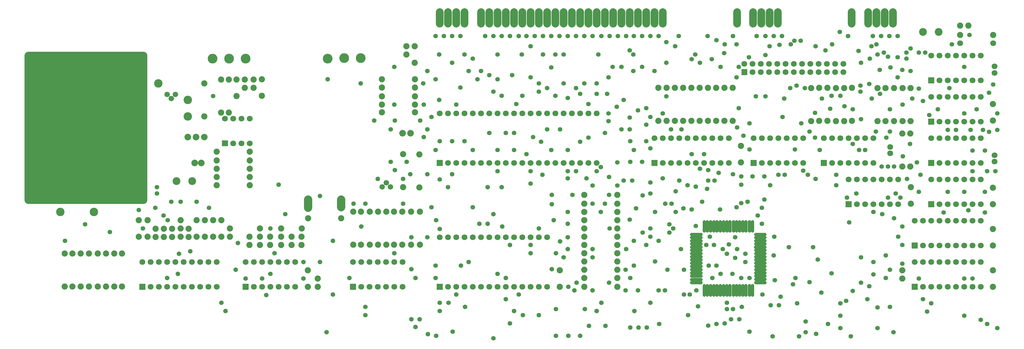
<source format=gbr>
%FSLAX34Y34*%
%MOMM*%
%LNSOLDERMASK_TOP*%
G71*
G01*
%ADD10C,1.800*%
%ADD11C,1.400*%
%ADD12C,1.000*%
%ADD13C,2.400*%
%ADD14C,1.900*%
%ADD15C,1.420*%
%ADD16C,1.410*%
%ADD17C,2.400*%
%ADD18C,1.800*%
%ADD19C,1.680*%
%ADD20C,2.040*%
%ADD21C,2.200*%
%ADD22C,2.500*%
%ADD23C,1.430*%
%ADD24C,3.000*%
%ADD25C,2.600*%
%ADD26C,2.000*%
%LPD*%
G36*
X2726262Y353488D02*
X2744262Y353488D01*
X2744262Y335488D01*
X2726262Y335488D01*
X2726262Y353488D01*
G37*
X2760662Y344488D02*
G54D10*
D03*
X2786062Y344488D02*
G54D10*
D03*
X2811462Y344488D02*
G54D10*
D03*
X2836862Y344488D02*
G54D10*
D03*
X2862262Y344488D02*
G54D10*
D03*
X2887662Y344488D02*
G54D10*
D03*
X2913062Y344488D02*
G54D10*
D03*
X2938462Y344488D02*
G54D10*
D03*
X2938462Y420688D02*
G54D10*
D03*
X2913062Y420688D02*
G54D10*
D03*
X2887662Y420688D02*
G54D10*
D03*
X2862262Y420688D02*
G54D10*
D03*
X2836862Y420688D02*
G54D10*
D03*
X2811462Y420688D02*
G54D10*
D03*
X2786062Y420688D02*
G54D10*
D03*
X2760662Y420688D02*
G54D10*
D03*
X2735262Y420688D02*
G54D10*
D03*
G36*
X2726262Y480488D02*
X2744262Y480488D01*
X2744262Y462488D01*
X2726262Y462488D01*
X2726262Y480488D01*
G37*
X2760662Y471488D02*
G54D10*
D03*
X2786062Y471488D02*
G54D10*
D03*
X2811462Y471488D02*
G54D10*
D03*
X2836862Y471488D02*
G54D10*
D03*
X2862262Y471488D02*
G54D10*
D03*
X2887662Y471488D02*
G54D10*
D03*
X2913062Y471488D02*
G54D10*
D03*
X2938462Y471488D02*
G54D10*
D03*
X2938462Y547688D02*
G54D10*
D03*
X2913062Y547688D02*
G54D10*
D03*
X2887662Y547688D02*
G54D10*
D03*
X2862262Y547688D02*
G54D10*
D03*
X2836862Y547688D02*
G54D10*
D03*
X2811462Y547688D02*
G54D10*
D03*
X2786062Y547688D02*
G54D10*
D03*
X2760662Y547688D02*
G54D10*
D03*
X2735262Y547688D02*
G54D10*
D03*
G36*
X2777062Y607488D02*
X2795062Y607488D01*
X2795062Y589488D01*
X2777062Y589488D01*
X2777062Y607488D01*
G37*
X2811462Y598488D02*
G54D10*
D03*
X2836862Y598488D02*
G54D10*
D03*
X2862262Y598488D02*
G54D10*
D03*
X2887662Y598488D02*
G54D10*
D03*
X2913062Y598488D02*
G54D10*
D03*
X2938462Y598488D02*
G54D10*
D03*
X2938462Y674688D02*
G54D10*
D03*
X2913062Y674688D02*
G54D10*
D03*
X2887662Y674688D02*
G54D10*
D03*
X2862262Y674688D02*
G54D10*
D03*
X2836862Y674688D02*
G54D10*
D03*
X2811462Y674688D02*
G54D10*
D03*
X2786062Y674688D02*
G54D10*
D03*
G36*
X2523062Y607488D02*
X2541062Y607488D01*
X2541062Y589488D01*
X2523062Y589488D01*
X2523062Y607488D01*
G37*
X2557462Y598488D02*
G54D10*
D03*
X2582862Y598488D02*
G54D10*
D03*
X2608262Y598488D02*
G54D10*
D03*
X2633662Y598488D02*
G54D10*
D03*
X2659062Y598488D02*
G54D10*
D03*
X2684462Y598488D02*
G54D10*
D03*
X2684462Y674688D02*
G54D10*
D03*
X2659062Y674688D02*
G54D10*
D03*
X2633662Y674688D02*
G54D10*
D03*
X2608262Y674688D02*
G54D10*
D03*
X2582862Y674688D02*
G54D10*
D03*
X2557462Y674688D02*
G54D10*
D03*
X2532062Y674688D02*
G54D10*
D03*
G36*
X2777062Y734488D02*
X2795062Y734488D01*
X2795062Y716488D01*
X2777062Y716488D01*
X2777062Y734488D01*
G37*
X2811462Y725488D02*
G54D10*
D03*
X2836862Y725488D02*
G54D10*
D03*
X2862262Y725488D02*
G54D10*
D03*
X2887662Y725488D02*
G54D10*
D03*
X2913062Y725488D02*
G54D10*
D03*
X2938462Y725488D02*
G54D10*
D03*
X2938462Y801688D02*
G54D10*
D03*
X2913062Y801688D02*
G54D10*
D03*
X2887662Y801688D02*
G54D10*
D03*
X2862262Y801688D02*
G54D10*
D03*
X2836862Y801688D02*
G54D10*
D03*
X2811462Y801688D02*
G54D10*
D03*
X2786062Y801688D02*
G54D10*
D03*
G36*
X2777062Y861488D02*
X2795062Y861488D01*
X2795062Y843488D01*
X2777062Y843488D01*
X2777062Y861488D01*
G37*
X2811462Y852488D02*
G54D10*
D03*
X2836862Y852488D02*
G54D10*
D03*
X2862262Y852488D02*
G54D10*
D03*
X2887662Y852488D02*
G54D10*
D03*
X2913062Y852488D02*
G54D10*
D03*
X2938462Y852488D02*
G54D10*
D03*
X2938462Y928688D02*
G54D10*
D03*
X2913062Y928688D02*
G54D10*
D03*
X2887662Y928688D02*
G54D10*
D03*
X2862262Y928688D02*
G54D10*
D03*
X2836862Y928688D02*
G54D10*
D03*
X2811462Y928688D02*
G54D10*
D03*
X2786062Y928688D02*
G54D10*
D03*
G36*
X2777062Y988488D02*
X2795062Y988488D01*
X2795062Y970488D01*
X2777062Y970488D01*
X2777062Y988488D01*
G37*
X2811462Y979488D02*
G54D10*
D03*
X2836862Y979488D02*
G54D10*
D03*
X2862262Y979488D02*
G54D10*
D03*
X2887662Y979488D02*
G54D10*
D03*
X2913062Y979488D02*
G54D10*
D03*
X2938462Y979488D02*
G54D10*
D03*
X2938462Y1055688D02*
G54D10*
D03*
X2913062Y1055688D02*
G54D10*
D03*
X2887662Y1055688D02*
G54D10*
D03*
X2862262Y1055688D02*
G54D10*
D03*
X2836862Y1055688D02*
G54D10*
D03*
X2811462Y1055688D02*
G54D10*
D03*
X2786062Y1055688D02*
G54D10*
D03*
G36*
X2446862Y734488D02*
X2464862Y734488D01*
X2464862Y716488D01*
X2446862Y716488D01*
X2446862Y734488D01*
G37*
X2481262Y725488D02*
G54D10*
D03*
X2506662Y725488D02*
G54D10*
D03*
X2532062Y725488D02*
G54D10*
D03*
X2557462Y725488D02*
G54D10*
D03*
X2582862Y725488D02*
G54D10*
D03*
X2608262Y725488D02*
G54D10*
D03*
X2608262Y801688D02*
G54D10*
D03*
X2582862Y801688D02*
G54D10*
D03*
X2557462Y801688D02*
G54D10*
D03*
X2532062Y801688D02*
G54D10*
D03*
X2506662Y801688D02*
G54D10*
D03*
X2481262Y801688D02*
G54D10*
D03*
X2455862Y801688D02*
G54D10*
D03*
G36*
X2230962Y734488D02*
X2248962Y734488D01*
X2248962Y716488D01*
X2230962Y716488D01*
X2230962Y734488D01*
G37*
X2265362Y725488D02*
G54D10*
D03*
X2290762Y725488D02*
G54D10*
D03*
X2316162Y725488D02*
G54D10*
D03*
X2341562Y725488D02*
G54D10*
D03*
X2366962Y725488D02*
G54D10*
D03*
X2392362Y725488D02*
G54D10*
D03*
X2392362Y801688D02*
G54D10*
D03*
X2366962Y801688D02*
G54D10*
D03*
X2341562Y801688D02*
G54D10*
D03*
X2316162Y801688D02*
G54D10*
D03*
X2290762Y801688D02*
G54D10*
D03*
X2265362Y801688D02*
G54D10*
D03*
X2239962Y801688D02*
G54D10*
D03*
G36*
X1926162Y734488D02*
X1944162Y734488D01*
X1944162Y716488D01*
X1926162Y716488D01*
X1926162Y734488D01*
G37*
X1960562Y725488D02*
G54D10*
D03*
X1985962Y725488D02*
G54D10*
D03*
X2011362Y725488D02*
G54D10*
D03*
X2036762Y725488D02*
G54D10*
D03*
X2062162Y725488D02*
G54D10*
D03*
X2087562Y725488D02*
G54D10*
D03*
X2112962Y725488D02*
G54D10*
D03*
X2138362Y725488D02*
G54D10*
D03*
X2163762Y725488D02*
G54D10*
D03*
X2163762Y801688D02*
G54D10*
D03*
X2138362Y801688D02*
G54D10*
D03*
X2112962Y801688D02*
G54D10*
D03*
X2087562Y801688D02*
G54D10*
D03*
X2062162Y801688D02*
G54D10*
D03*
X2036762Y801688D02*
G54D10*
D03*
X2011362Y801688D02*
G54D10*
D03*
X1985962Y801688D02*
G54D10*
D03*
X1960562Y801688D02*
G54D10*
D03*
X1935162Y801688D02*
G54D10*
D03*
G36*
X1265762Y734488D02*
X1283762Y734488D01*
X1283762Y716488D01*
X1265762Y716488D01*
X1265762Y734488D01*
G37*
X1300162Y725488D02*
G54D10*
D03*
X1325562Y725488D02*
G54D10*
D03*
X1350962Y725488D02*
G54D10*
D03*
X1376362Y725488D02*
G54D10*
D03*
X1401762Y725488D02*
G54D10*
D03*
X1427162Y725488D02*
G54D10*
D03*
X1452562Y725488D02*
G54D10*
D03*
X1477962Y725488D02*
G54D10*
D03*
X1503362Y725488D02*
G54D10*
D03*
X1528762Y725488D02*
G54D10*
D03*
X1554162Y725488D02*
G54D10*
D03*
X1579562Y725488D02*
G54D10*
D03*
X1604962Y725488D02*
G54D10*
D03*
X1630362Y725488D02*
G54D10*
D03*
X1655762Y725488D02*
G54D10*
D03*
X1681162Y725488D02*
G54D10*
D03*
X1706562Y725488D02*
G54D10*
D03*
X1731962Y725488D02*
G54D10*
D03*
X1757362Y725488D02*
G54D10*
D03*
X1757362Y877888D02*
G54D10*
D03*
X1731962Y877888D02*
G54D10*
D03*
X1706562Y877888D02*
G54D10*
D03*
X1681162Y877888D02*
G54D10*
D03*
X1655762Y877888D02*
G54D10*
D03*
X1630362Y877888D02*
G54D10*
D03*
X1604962Y877888D02*
G54D10*
D03*
X1579562Y877888D02*
G54D10*
D03*
X1554162Y877888D02*
G54D10*
D03*
X1528762Y877888D02*
G54D10*
D03*
X1503362Y877888D02*
G54D10*
D03*
X1477962Y877888D02*
G54D10*
D03*
X1452562Y877888D02*
G54D10*
D03*
X1427162Y877888D02*
G54D10*
D03*
X1401762Y877888D02*
G54D10*
D03*
X1376362Y877888D02*
G54D10*
D03*
X1350962Y877888D02*
G54D10*
D03*
X1325562Y877888D02*
G54D10*
D03*
X1300162Y877888D02*
G54D10*
D03*
X1274762Y877888D02*
G54D10*
D03*
G36*
X351362Y353488D02*
X369362Y353488D01*
X369362Y335488D01*
X351362Y335488D01*
X351362Y353488D01*
G37*
X385762Y344488D02*
G54D10*
D03*
X411162Y344488D02*
G54D10*
D03*
X436562Y344488D02*
G54D10*
D03*
X461962Y344488D02*
G54D10*
D03*
X487362Y344488D02*
G54D10*
D03*
X512762Y344488D02*
G54D10*
D03*
X538162Y344488D02*
G54D10*
D03*
X563562Y344488D02*
G54D10*
D03*
X588962Y344488D02*
G54D10*
D03*
X588962Y420688D02*
G54D10*
D03*
X563562Y420688D02*
G54D10*
D03*
X538162Y420688D02*
G54D10*
D03*
X512762Y420688D02*
G54D10*
D03*
X487362Y420688D02*
G54D10*
D03*
X461962Y420688D02*
G54D10*
D03*
X436562Y420688D02*
G54D10*
D03*
X411162Y420688D02*
G54D10*
D03*
X385762Y420688D02*
G54D10*
D03*
X360362Y420688D02*
G54D10*
D03*
G36*
X668862Y353488D02*
X686862Y353488D01*
X686862Y335488D01*
X668862Y335488D01*
X668862Y353488D01*
G37*
X703262Y344488D02*
G54D10*
D03*
X728662Y344488D02*
G54D10*
D03*
X754062Y344488D02*
G54D10*
D03*
X779462Y344488D02*
G54D10*
D03*
X804862Y344488D02*
G54D10*
D03*
X830262Y344488D02*
G54D10*
D03*
X830262Y420688D02*
G54D10*
D03*
X804862Y420688D02*
G54D10*
D03*
X779462Y420688D02*
G54D10*
D03*
X754062Y420688D02*
G54D10*
D03*
X728662Y420688D02*
G54D10*
D03*
X703262Y420688D02*
G54D10*
D03*
X677862Y420688D02*
G54D10*
D03*
G36*
X999062Y353488D02*
X1017062Y353488D01*
X1017062Y335488D01*
X999062Y335488D01*
X999062Y353488D01*
G37*
X1033462Y344488D02*
G54D10*
D03*
X1058862Y344488D02*
G54D10*
D03*
X1084262Y344488D02*
G54D10*
D03*
X1109662Y344488D02*
G54D10*
D03*
X1135062Y344488D02*
G54D10*
D03*
X1160462Y344488D02*
G54D10*
D03*
X1160462Y420688D02*
G54D10*
D03*
X1135062Y420688D02*
G54D10*
D03*
X1109662Y420688D02*
G54D10*
D03*
X1084262Y420688D02*
G54D10*
D03*
X1058862Y420688D02*
G54D10*
D03*
X1033462Y420688D02*
G54D10*
D03*
X1008062Y420688D02*
G54D10*
D03*
G36*
X1265762Y353488D02*
X1283762Y353488D01*
X1283762Y335488D01*
X1265762Y335488D01*
X1265762Y353488D01*
G37*
X1300162Y344488D02*
G54D10*
D03*
X1325562Y344488D02*
G54D10*
D03*
X1350962Y344488D02*
G54D10*
D03*
X1376362Y344488D02*
G54D10*
D03*
X1401762Y344488D02*
G54D10*
D03*
X1427162Y344488D02*
G54D10*
D03*
X1452562Y344488D02*
G54D10*
D03*
X1477962Y344488D02*
G54D10*
D03*
X1503362Y344488D02*
G54D10*
D03*
X1528762Y344488D02*
G54D10*
D03*
X1554162Y344488D02*
G54D10*
D03*
X1579562Y344488D02*
G54D10*
D03*
X1604962Y344488D02*
G54D10*
D03*
X1604962Y496888D02*
G54D10*
D03*
X1579562Y496888D02*
G54D10*
D03*
X1554162Y496888D02*
G54D10*
D03*
X1528762Y496888D02*
G54D10*
D03*
X1503362Y496888D02*
G54D10*
D03*
X1477962Y496888D02*
G54D10*
D03*
X1452562Y496888D02*
G54D10*
D03*
X1427162Y496888D02*
G54D10*
D03*
X1401762Y496888D02*
G54D10*
D03*
X1376362Y496888D02*
G54D10*
D03*
X1350962Y496888D02*
G54D10*
D03*
X1325562Y496888D02*
G54D10*
D03*
X1300162Y496888D02*
G54D10*
D03*
X1274762Y496888D02*
G54D10*
D03*
G36*
X605362Y794813D02*
X623362Y794813D01*
X623362Y776813D01*
X605362Y776813D01*
X605362Y794813D01*
G37*
X639762Y785813D02*
G54D10*
D03*
X665162Y785813D02*
G54D10*
D03*
X690562Y785813D02*
G54D10*
D03*
X690562Y862013D02*
G54D10*
D03*
X665162Y862013D02*
G54D10*
D03*
X639762Y862013D02*
G54D10*
D03*
X614362Y862013D02*
G54D10*
D03*
X1274762Y522288D02*
G54D11*
D03*
X1274762Y674688D02*
G54D11*
D03*
X1554162Y661988D02*
G54D11*
D03*
X1554162Y700088D02*
G54D11*
D03*
X1668462Y700088D02*
G54D11*
D03*
X1668462Y765176D02*
G54D11*
D03*
X1871662Y765176D02*
G54D11*
D03*
X1858962Y865188D02*
G54D11*
D03*
X1878012Y585788D02*
G54D11*
D03*
X2024062Y585788D02*
G54D11*
D03*
X1960562Y877888D02*
G54D11*
D03*
X2328862Y866776D02*
G54D11*
D03*
X2779712Y873126D02*
G54D11*
D03*
G54D12*
X2049462Y505619D02*
X2078037Y505619D01*
G54D12*
X2049462Y495697D02*
X2078037Y495697D01*
G54D12*
X2049462Y486172D02*
X2078037Y486172D01*
G54D12*
X2049462Y476250D02*
X2078037Y476250D01*
G54D12*
X2049462Y466329D02*
X2078037Y466329D01*
G54D12*
X2049462Y456804D02*
X2078037Y456804D01*
G54D12*
X2049462Y446882D02*
X2078037Y446882D01*
G54D12*
X2049462Y436960D02*
X2078037Y436960D01*
G54D12*
X2049462Y427038D02*
X2078037Y427038D01*
G54D12*
X2049462Y417116D02*
X2078037Y417116D01*
G54D12*
X2049462Y406797D02*
X2078037Y406797D01*
G54D12*
X2049462Y396876D02*
X2078037Y396876D01*
G54D12*
X2049462Y386954D02*
X2078037Y386954D01*
G54D12*
X2049462Y377032D02*
X2078037Y377032D01*
G54D12*
X2049462Y366712D02*
X2078038Y366712D01*
G54D12*
X2049462Y357188D02*
X2078037Y357188D01*
G54D12*
X2274887Y495697D02*
X2246312Y495697D01*
G54D12*
X2274887Y505222D02*
X2246709Y505222D01*
G54D12*
X2246312Y486172D02*
X2274887Y486172D01*
G54D12*
X2246312Y476250D02*
X2274887Y476250D01*
G54D12*
X2245915Y466329D02*
X2274887Y466329D01*
G54D12*
X2246312Y456804D02*
X2274887Y456804D01*
G54D12*
X2246312Y446882D02*
X2274887Y446882D01*
G54D12*
X2246312Y436960D02*
X2274887Y436960D01*
G54D12*
X2246312Y427038D02*
X2274887Y427038D01*
G54D12*
X2246312Y417116D02*
X2274887Y417116D01*
G54D12*
X2246312Y406797D02*
X2274887Y406797D01*
G54D12*
X2246312Y396876D02*
X2274887Y396876D01*
G54D12*
X2246312Y386954D02*
X2274887Y386954D01*
G54D12*
X2246312Y377032D02*
X2274887Y377032D01*
G54D12*
X2246312Y367110D02*
X2274887Y367110D01*
G54D12*
X2246312Y357188D02*
X2274887Y357188D01*
G54D12*
X2097880Y544513D02*
X2097880Y515938D01*
G54D12*
X2087958Y544513D02*
X2087958Y515938D01*
G54D12*
X2107802Y544513D02*
X2107802Y515938D01*
G54D12*
X2117724Y544513D02*
X2117724Y515938D01*
G54D12*
X2127646Y544513D02*
X2127646Y515938D01*
G54D12*
X2137568Y544513D02*
X2137568Y515938D01*
G54D12*
X2147490Y544513D02*
X2147490Y515938D01*
G54D12*
X2157808Y544513D02*
X2157808Y515938D01*
G54D12*
X2167334Y544513D02*
X2167334Y515938D01*
G54D12*
X2177652Y544513D02*
X2177652Y515938D01*
G54D12*
X2187178Y544513D02*
X2187178Y515938D01*
G54D12*
X2197100Y544513D02*
X2197100Y515938D01*
G54D12*
X2206624Y544513D02*
X2206624Y515938D01*
G54D12*
X2216546Y544513D02*
X2216546Y515938D01*
G54D12*
X2226866Y544513D02*
X2226866Y515938D01*
G54D12*
X2236786Y544513D02*
X2236786Y515938D01*
G54D12*
X2107802Y347663D02*
X2107802Y319088D01*
G54D12*
X2097880Y347663D02*
X2097880Y319088D01*
G54D12*
X2087958Y347663D02*
X2087958Y319088D01*
G54D12*
X2117724Y347663D02*
X2117724Y319088D01*
G54D12*
X2127646Y347663D02*
X2127646Y319088D01*
G54D12*
X2137568Y347663D02*
X2137568Y319088D01*
G54D12*
X2147490Y347663D02*
X2147490Y319088D01*
G54D12*
X2157808Y347663D02*
X2157808Y319088D01*
G54D12*
X2167334Y347663D02*
X2167334Y319088D01*
G54D12*
X2177652Y347663D02*
X2177652Y319088D01*
G54D12*
X2187178Y347663D02*
X2187178Y319088D01*
G54D12*
X2197100Y347663D02*
X2197100Y319088D01*
G54D12*
X2206624Y347663D02*
X2206624Y319088D01*
G54D12*
X2216546Y347663D02*
X2216546Y319088D01*
G54D12*
X2226866Y347663D02*
X2226866Y319088D01*
G54D12*
X2236788Y347663D02*
X2236788Y319088D01*
X1947862Y1116013D02*
G54D11*
D03*
X1262062Y1116013D02*
G54D11*
D03*
X1287462Y1116013D02*
G54D11*
D03*
X1312862Y1116013D02*
G54D11*
D03*
X1338262Y1116013D02*
G54D11*
D03*
X1414462Y1116013D02*
G54D11*
D03*
X1439862Y1116013D02*
G54D11*
D03*
X1465262Y1116013D02*
G54D11*
D03*
X1490662Y1116013D02*
G54D11*
D03*
X1517650Y1116013D02*
G54D11*
D03*
X1541462Y1116013D02*
G54D11*
D03*
X1566862Y1116013D02*
G54D11*
D03*
X1592262Y1116013D02*
G54D11*
D03*
X1617662Y1116013D02*
G54D11*
D03*
X1643062Y1116013D02*
G54D11*
D03*
X1668462Y1116013D02*
G54D11*
D03*
X1693862Y1116013D02*
G54D11*
D03*
X1719262Y1116013D02*
G54D11*
D03*
X1744662Y1116013D02*
G54D11*
D03*
X1771650Y1116013D02*
G54D11*
D03*
X1797050Y1116013D02*
G54D11*
D03*
X1822450Y1116013D02*
G54D11*
D03*
X1847850Y1116013D02*
G54D11*
D03*
X1871662Y1116013D02*
G54D11*
D03*
X1897062Y1116013D02*
G54D11*
D03*
X1922462Y1116013D02*
G54D11*
D03*
X2760662Y1128713D02*
G54D13*
D03*
X2809062Y1128713D02*
G54D13*
D03*
X2874962Y1147763D02*
G54D14*
D03*
X2900362Y1147763D02*
G54D14*
D03*
X2903537Y1119188D02*
G54D11*
D03*
X2849562Y1090613D02*
G54D11*
D03*
X2887662Y1020763D02*
G54D11*
D03*
X2747962Y1065213D02*
G54D11*
D03*
X2767012Y1065213D02*
G54D11*
D03*
X2976562Y966788D02*
G54D11*
D03*
X2989262Y877888D02*
G54D11*
D03*
X2925762Y890588D02*
G54D11*
D03*
X2887662Y877888D02*
G54D11*
D03*
X2806700Y890588D02*
G54D11*
D03*
X2722562Y1077913D02*
G54D11*
D03*
X2709862Y1065213D02*
G54D11*
D03*
X2709862Y1046163D02*
G54D11*
D03*
X2682874Y1050926D02*
G54D11*
D03*
X2697162Y1011238D02*
G54D11*
D03*
X2722562Y1008063D02*
G54D11*
D03*
X2682874Y989013D02*
G54D11*
D03*
X2697828Y904835D02*
G54D11*
D03*
X2963862Y941388D02*
G54D11*
D03*
X2963862Y820738D02*
G54D11*
D03*
X2836862Y827088D02*
G54D11*
D03*
X2862262Y827088D02*
G54D11*
D03*
X2906712Y827088D02*
G54D11*
D03*
X2944812Y827088D02*
G54D11*
D03*
X2951162Y763588D02*
G54D11*
D03*
X2913062Y763588D02*
G54D11*
D03*
X2989262Y827088D02*
G54D11*
D03*
X2913062Y700088D02*
G54D11*
D03*
X2957512Y700088D02*
G54D11*
D03*
X2982912Y700088D02*
G54D11*
D03*
X2951162Y636588D02*
G54D11*
D03*
X2887662Y636588D02*
G54D11*
D03*
X2836862Y636588D02*
G54D11*
D03*
X2824162Y573088D02*
G54D11*
D03*
X2900362Y579438D02*
G54D11*
D03*
X2951162Y573088D02*
G54D11*
D03*
X2913062Y369888D02*
G54D11*
D03*
X2887662Y369888D02*
G54D11*
D03*
X2989262Y217488D02*
G54D11*
D03*
X2957512Y230188D02*
G54D11*
D03*
X2938462Y242888D02*
G54D11*
D03*
X2887662Y255588D02*
G54D11*
D03*
X2773362Y268288D02*
G54D11*
D03*
X2786062Y293688D02*
G54D11*
D03*
X2760662Y306388D02*
G54D11*
D03*
X2747962Y369888D02*
G54D11*
D03*
X2727324Y923926D02*
G54D11*
D03*
X2760662Y915988D02*
G54D11*
D03*
X2682874Y1116013D02*
G54D11*
D03*
X2657474Y1116013D02*
G54D11*
D03*
X2632074Y1116013D02*
G54D11*
D03*
X2606674Y1116013D02*
G54D11*
D03*
X2975765Y395474D02*
G54D14*
D03*
X2975765Y344674D02*
G54D14*
D03*
X2975765Y522474D02*
G54D14*
D03*
X2975765Y471674D02*
G54D14*
D03*
X2975765Y649474D02*
G54D14*
D03*
X2975765Y598674D02*
G54D14*
D03*
X2975765Y906649D02*
G54D14*
D03*
X2975765Y855849D02*
G54D14*
D03*
X2980312Y729417D02*
G54D10*
D03*
X2980312Y749517D02*
G54D10*
D03*
X2980312Y1002467D02*
G54D10*
D03*
X2980312Y1022567D02*
G54D10*
D03*
X2841624Y955676D02*
G54D11*
D03*
X2747962Y954088D02*
G54D15*
D03*
X2659637Y754817D02*
G54D10*
D03*
X2659637Y774917D02*
G54D10*
D03*
X2530474Y1116013D02*
G54D15*
D03*
X2659062Y890588D02*
G54D15*
D03*
X2603500Y923926D02*
G54D15*
D03*
X2628900Y938213D02*
G54D15*
D03*
X2544762Y890588D02*
G54D15*
D03*
X2519362Y900113D02*
G54D15*
D03*
X2506662Y931863D02*
G54D15*
D03*
X2568574Y944563D02*
G54D15*
D03*
X2568574Y963613D02*
G54D15*
D03*
X2595562Y968376D02*
G54D15*
D03*
X2627312Y1011238D02*
G54D15*
D03*
X2660650Y1019176D02*
G54D15*
D03*
X2570162Y1033463D02*
G54D15*
D03*
X2597150Y1046163D02*
G54D15*
D03*
X2652712Y1052513D02*
G54D15*
D03*
X2620962Y1058863D02*
G54D15*
D03*
X2640012Y1065213D02*
G54D15*
D03*
X2617787Y1090613D02*
G54D15*
D03*
X2601912Y1084263D02*
G54D15*
D03*
X2647950Y803276D02*
G54D15*
D03*
X2659062Y822326D02*
G54D15*
D03*
X2616200Y822326D02*
G54D15*
D03*
X2720974Y784226D02*
G54D15*
D03*
X2698750Y746126D02*
G54D15*
D03*
X2428874Y879476D02*
G54D15*
D03*
X2436812Y428626D02*
G54D15*
D03*
X2570162Y860426D02*
G54D16*
D03*
X2386012Y847726D02*
G54D16*
D03*
X2411412Y822326D02*
G54D16*
D03*
X2428874Y803276D02*
G54D16*
D03*
X2443162Y765176D02*
G54D16*
D03*
X2544762Y784226D02*
G54D16*
D03*
X2563812Y765176D02*
G54D16*
D03*
X2582862Y765176D02*
G54D16*
D03*
X2366962Y766763D02*
G54D16*
D03*
X2474912Y892176D02*
G54D16*
D03*
X2392362Y701676D02*
G54D16*
D03*
X2406650Y688976D02*
G54D16*
D03*
X2430462Y676276D02*
G54D16*
D03*
X2493962Y688976D02*
G54D16*
D03*
X2493962Y657226D02*
G54D16*
D03*
X2301874Y441326D02*
G54D16*
D03*
X2635250Y568326D02*
G54D16*
D03*
G36*
X2202387Y1013888D02*
X2220387Y1013888D01*
X2220387Y995888D01*
X2202387Y995888D01*
X2202387Y1013888D01*
G37*
X2211387Y1030288D02*
G54D10*
D03*
X2236787Y1004888D02*
G54D10*
D03*
X2236787Y1030288D02*
G54D10*
D03*
X2262187Y1004888D02*
G54D10*
D03*
X2262187Y1030288D02*
G54D10*
D03*
X2287587Y1004888D02*
G54D10*
D03*
X2287587Y1030288D02*
G54D10*
D03*
X2312987Y1004888D02*
G54D10*
D03*
X2312987Y1030288D02*
G54D10*
D03*
X2338387Y1004888D02*
G54D10*
D03*
X2338387Y1030288D02*
G54D10*
D03*
X2363787Y1004888D02*
G54D10*
D03*
X2363787Y1030288D02*
G54D10*
D03*
X2389187Y1004888D02*
G54D10*
D03*
X2389187Y1030288D02*
G54D10*
D03*
X2414587Y1004888D02*
G54D10*
D03*
X2414587Y1030288D02*
G54D10*
D03*
X2439987Y1004888D02*
G54D10*
D03*
X2439987Y1030288D02*
G54D10*
D03*
X2465387Y1004888D02*
G54D10*
D03*
X2465387Y1030288D02*
G54D10*
D03*
X2490787Y1004888D02*
G54D10*
D03*
X2490787Y1030288D02*
G54D10*
D03*
X2516187Y1004888D02*
G54D10*
D03*
X2516187Y1030288D02*
G54D10*
D03*
X2671762Y714376D02*
G54D16*
D03*
X2652712Y714376D02*
G54D16*
D03*
X2633662Y714376D02*
G54D16*
D03*
X2741612Y727076D02*
G54D16*
D03*
X2752724Y688976D02*
G54D16*
D03*
X2711450Y676276D02*
G54D16*
D03*
X2670174Y204788D02*
G54D16*
D03*
X1911350Y219076D02*
G54D16*
D03*
X1720850Y276226D02*
G54D16*
D03*
X1631950Y276226D02*
G54D16*
D03*
X1631950Y193676D02*
G54D16*
D03*
X1263650Y193676D02*
G54D16*
D03*
X1173162Y728663D02*
G54D16*
D03*
X1123950Y728663D02*
G54D16*
D03*
X1123950Y828676D02*
G54D16*
D03*
X1096962Y904876D02*
G54D14*
D03*
X1198562Y904876D02*
G54D14*
D03*
X2193924Y893763D02*
G54D16*
D03*
X1909762Y893763D02*
G54D16*
D03*
X1909762Y842963D02*
G54D16*
D03*
X2201862Y658813D02*
G54D16*
D03*
X2036762Y657226D02*
G54D15*
D03*
X2676524Y631826D02*
G54D15*
D03*
X2555874Y631826D02*
G54D15*
D03*
X2544762Y331788D02*
G54D15*
D03*
X1846262Y333376D02*
G54D15*
D03*
X1795462Y357188D02*
G54D15*
D03*
X1262062Y371476D02*
G54D15*
D03*
X1262062Y409576D02*
G54D15*
D03*
X2449512Y923926D02*
G54D15*
D03*
X2468562Y230188D02*
G54D15*
D03*
X2100262Y225426D02*
G54D15*
D03*
X2506662Y217488D02*
G54D15*
D03*
X2620962Y217488D02*
G54D15*
D03*
X2620962Y280988D02*
G54D15*
D03*
X2203450Y282576D02*
G54D15*
D03*
X2201862Y371476D02*
G54D15*
D03*
X1719262Y344488D02*
G54D14*
D03*
X1820862Y344488D02*
G54D14*
D03*
X1744662Y434976D02*
G54D15*
D03*
X1655762Y434976D02*
G54D15*
D03*
X1236662Y496888D02*
G54D15*
D03*
X1223962Y969963D02*
G54D15*
D03*
X1225550Y904876D02*
G54D15*
D03*
X1325562Y904876D02*
G54D15*
D03*
X1214437Y855663D02*
G54D15*
D03*
X1096962Y881063D02*
G54D14*
D03*
X1198562Y881063D02*
G54D14*
D03*
X1579557Y969958D02*
G54D15*
D03*
G54D17*
X1579562Y1189038D02*
X1579562Y1154113D01*
X2697828Y955635D02*
G54D14*
D03*
X2697828Y854035D02*
G54D14*
D03*
X2697393Y815975D02*
G54D14*
D03*
X2697393Y714376D02*
G54D14*
D03*
X2721945Y815950D02*
G54D14*
D03*
X2721945Y714350D02*
G54D14*
D03*
X2874962Y1119188D02*
G54D14*
D03*
X2976562Y1119188D02*
G54D14*
D03*
X2874962Y1093788D02*
G54D18*
D03*
X2976562Y1093788D02*
G54D18*
D03*
X2671762Y555626D02*
G54D15*
D03*
X2645382Y955512D02*
G54D14*
D03*
X2645382Y853912D02*
G54D14*
D03*
X2671414Y955853D02*
G54D14*
D03*
X2671414Y854253D02*
G54D14*
D03*
X2722214Y955853D02*
G54D14*
D03*
X2722214Y854253D02*
G54D14*
D03*
X2620614Y955853D02*
G54D14*
D03*
X2620614Y854253D02*
G54D14*
D03*
X2652712Y619126D02*
G54D15*
D03*
X2690812Y619126D02*
G54D15*
D03*
X2527300Y619126D02*
G54D15*
D03*
X2608262Y574676D02*
G54D15*
D03*
X2723352Y651062D02*
G54D14*
D03*
X2723352Y600261D02*
G54D14*
D03*
X2747962Y636588D02*
G54D15*
D03*
X2201066Y778061D02*
G54D14*
D03*
X2201066Y727261D02*
G54D14*
D03*
X2335212Y688976D02*
G54D15*
D03*
X2208212Y809626D02*
G54D15*
D03*
X2220912Y606426D02*
G54D15*
D03*
X2273300Y612776D02*
G54D15*
D03*
X2400300Y204788D02*
G54D15*
D03*
X1314450Y206376D02*
G54D15*
D03*
X2533650Y542926D02*
G54D15*
D03*
X2538412Y192088D02*
G54D15*
D03*
X1439862Y185738D02*
G54D15*
D03*
X1452562Y384176D02*
G54D15*
D03*
X754062Y384176D02*
G54D15*
D03*
X2327274Y1116013D02*
G54D15*
D03*
X2301874Y1116013D02*
G54D15*
D03*
X2276474Y1116013D02*
G54D15*
D03*
X2249487Y1116013D02*
G54D15*
D03*
X2176462Y1116013D02*
G54D15*
D03*
X2416512Y956104D02*
G54D14*
D03*
X2416512Y854504D02*
G54D14*
D03*
X1985962Y828676D02*
G54D15*
D03*
X1966912Y333376D02*
G54D15*
D03*
X2043112Y320676D02*
G54D15*
D03*
X2397124Y955676D02*
G54D15*
D03*
X2352674Y955676D02*
G54D15*
D03*
X2354262Y1090613D02*
G54D15*
D03*
X2441388Y956307D02*
G54D14*
D03*
X2441387Y854707D02*
G54D14*
D03*
X2430462Y1084263D02*
G54D15*
D03*
X2562224Y1069976D02*
G54D15*
D03*
G54D17*
X2541587Y1189038D02*
X2541587Y1154113D01*
G54D17*
X2592387Y1189038D02*
X2592387Y1154113D01*
G54D17*
X2617787Y1189038D02*
X2617787Y1154113D01*
G54D17*
X2643187Y1189038D02*
X2643187Y1154113D01*
G54D17*
X2668587Y1189038D02*
X2668587Y1154113D01*
X2505074Y1128713D02*
G54D15*
D03*
X2481262Y1090613D02*
G54D15*
D03*
X2460624Y1071563D02*
G54D15*
D03*
X2365374Y1101726D02*
G54D15*
D03*
X2384424Y1101726D02*
G54D15*
D03*
X2319337Y1089026D02*
G54D15*
D03*
X2289174Y1084263D02*
G54D15*
D03*
X2479674Y931863D02*
G54D15*
D03*
G54D17*
X2189162Y1189038D02*
X2189162Y1154113D01*
G54D17*
X2238374Y1189038D02*
X2238374Y1154113D01*
G54D17*
X2263774Y1189038D02*
X2263774Y1154113D01*
G54D17*
X2289174Y1189038D02*
X2289174Y1154113D01*
G54D17*
X2314574Y1189038D02*
X2314574Y1154113D01*
X2371724Y963613D02*
G54D15*
D03*
X2187574Y1090613D02*
G54D15*
D03*
X2225674Y1050926D02*
G54D15*
D03*
X2276474Y1057276D02*
G54D15*
D03*
X2333624Y923926D02*
G54D15*
D03*
X2276474Y930276D02*
G54D15*
D03*
X2246312Y930276D02*
G54D15*
D03*
X2447924Y327026D02*
G54D15*
D03*
X2063750Y333376D02*
G54D15*
D03*
X2466787Y956306D02*
G54D14*
D03*
X2466787Y854706D02*
G54D14*
D03*
X2479674Y385763D02*
G54D15*
D03*
X2112962Y371476D02*
G54D15*
D03*
X1992312Y523876D02*
G54D15*
D03*
X1922462Y523876D02*
G54D15*
D03*
X1922462Y631826D02*
G54D15*
D03*
X2290762Y657226D02*
G54D15*
D03*
X2492712Y956104D02*
G54D14*
D03*
X2492712Y854504D02*
G54D14*
D03*
X2542363Y854732D02*
G54D14*
D03*
X2542363Y956332D02*
G54D14*
D03*
X2518112Y956105D02*
G54D14*
D03*
X2518112Y854505D02*
G54D14*
D03*
X800100Y568326D02*
G54D15*
D03*
X1136650Y703263D02*
G54D15*
D03*
X1136650Y855663D02*
G54D15*
D03*
X1833562Y828676D02*
G54D15*
D03*
X1858962Y1071563D02*
G54D15*
D03*
X2227262Y847726D02*
G54D15*
D03*
X2265362Y538163D02*
G54D15*
D03*
X2105024Y498476D02*
G54D15*
D03*
X2093912Y473076D02*
G54D15*
D03*
X2117724Y473076D02*
G54D15*
D03*
X2182812Y496888D02*
G54D15*
D03*
X2163762Y474663D02*
G54D15*
D03*
X2144712Y460376D02*
G54D15*
D03*
X2157412Y446088D02*
G54D15*
D03*
X2182812Y433388D02*
G54D15*
D03*
X2189162Y460376D02*
G54D15*
D03*
X2214562Y446088D02*
G54D15*
D03*
X2214562Y420688D02*
G54D15*
D03*
X2101850Y409576D02*
G54D15*
D03*
X2125662Y409576D02*
G54D15*
D03*
X2138362Y384176D02*
G54D15*
D03*
X2174874Y384176D02*
G54D15*
D03*
X2227262Y371476D02*
G54D15*
D03*
X2100262Y703263D02*
G54D15*
D03*
X2100262Y671513D02*
G54D15*
D03*
X2119312Y671513D02*
G54D15*
D03*
X2011362Y671513D02*
G54D15*
D03*
X1866900Y671513D02*
G54D15*
D03*
X1858962Y828676D02*
G54D15*
D03*
X1922462Y866776D02*
G54D15*
D03*
X1249362Y866776D02*
G54D15*
D03*
X1249362Y588963D02*
G54D15*
D03*
X1376362Y588963D02*
G54D15*
D03*
X2227262Y766763D02*
G54D15*
D03*
X2193924Y1020763D02*
G54D15*
D03*
X1935162Y1008063D02*
G54D15*
D03*
G54D17*
X1960562Y1189038D02*
X1960562Y1154113D01*
G54D17*
X1935162Y1189038D02*
X1935162Y1154113D01*
G54D17*
X1909762Y1189038D02*
X1909762Y1154113D01*
G54D17*
X1884362Y1189038D02*
X1884362Y1154113D01*
G54D17*
X1858962Y1189038D02*
X1858962Y1154113D01*
G54D17*
X1833562Y1189038D02*
X1833562Y1154113D01*
G54D17*
X1808162Y1189038D02*
X1808162Y1154113D01*
G54D17*
X1782762Y1189038D02*
X1782762Y1154113D01*
G54D17*
X1757362Y1189038D02*
X1757362Y1154113D01*
G54D17*
X1731962Y1189038D02*
X1731962Y1154113D01*
G54D17*
X1706562Y1189038D02*
X1706562Y1154113D01*
G54D17*
X1681162Y1189038D02*
X1681162Y1154113D01*
G54D17*
X1655762Y1189038D02*
X1655762Y1154113D01*
G54D17*
X1630362Y1189038D02*
X1630362Y1154113D01*
G54D17*
X1604962Y1189038D02*
X1604962Y1154113D01*
G54D17*
X1554162Y1189038D02*
X1554162Y1154113D01*
G54D17*
X1528762Y1189038D02*
X1528762Y1154113D01*
G54D17*
X1503362Y1189038D02*
X1503362Y1154113D01*
G54D17*
X1477962Y1189038D02*
X1477962Y1154113D01*
G54D17*
X1452562Y1189038D02*
X1452562Y1154113D01*
G54D17*
X1427162Y1189038D02*
X1427162Y1154113D01*
G54D17*
X1401762Y1189038D02*
X1401762Y1154113D01*
G54D17*
X1350962Y1189038D02*
X1350962Y1154113D01*
G54D17*
X1325562Y1189038D02*
X1325562Y1154113D01*
G54D17*
X1300162Y1189038D02*
X1300162Y1154113D01*
G54D17*
X1274762Y1189038D02*
X1274762Y1154113D01*
X1922462Y769938D02*
G54D15*
D03*
X1274762Y792163D02*
G54D15*
D03*
X1263650Y549276D02*
G54D15*
D03*
X1922462Y665163D02*
G54D15*
D03*
X2062162Y652463D02*
G54D15*
D03*
X2252662Y563563D02*
G54D15*
D03*
X2265362Y587376D02*
G54D15*
D03*
X2347912Y466726D02*
G54D15*
D03*
X2303462Y498476D02*
G54D15*
D03*
X2136774Y582613D02*
G54D15*
D03*
X2187574Y588963D02*
G54D15*
D03*
X2201862Y601663D02*
G54D15*
D03*
X2097087Y646113D02*
G54D15*
D03*
X2081212Y606426D02*
G54D15*
D03*
X2062162Y531813D02*
G54D15*
D03*
X2697162Y530226D02*
G54D15*
D03*
X2684462Y498476D02*
G54D15*
D03*
X2697162Y473076D02*
G54D15*
D03*
X2697162Y415926D02*
G54D15*
D03*
X2646362Y371476D02*
G54D15*
D03*
X2659062Y396876D02*
G54D15*
D03*
X2608262Y382588D02*
G54D15*
D03*
X2608262Y420688D02*
G54D15*
D03*
X2646362Y441326D02*
G54D15*
D03*
X2570162Y434976D02*
G54D15*
D03*
X2570162Y357188D02*
G54D15*
D03*
X2595562Y346076D02*
G54D15*
D03*
X2589212Y306388D02*
G54D15*
D03*
X2659062Y282576D02*
G54D15*
D03*
X2524124Y301626D02*
G54D15*
D03*
X2506662Y293688D02*
G54D15*
D03*
X2506662Y255588D02*
G54D15*
D03*
X2422524Y466726D02*
G54D15*
D03*
X2368550Y371476D02*
G54D15*
D03*
X2411412Y358776D02*
G54D15*
D03*
X2305050Y365126D02*
G54D15*
D03*
X2360612Y352426D02*
G54D15*
D03*
X2298700Y192088D02*
G54D15*
D03*
X2379662Y192088D02*
G54D15*
D03*
X2400300Y238126D02*
G54D15*
D03*
X2432050Y200026D02*
G54D15*
D03*
X2373312Y293688D02*
G54D15*
D03*
X2266950Y320676D02*
G54D15*
D03*
X2322512Y314326D02*
G54D15*
D03*
X2292350Y287338D02*
G54D15*
D03*
X2317750Y287338D02*
G54D15*
D03*
X2227262Y206376D02*
G54D15*
D03*
X2316162Y688976D02*
G54D15*
D03*
X2236787Y684213D02*
G54D15*
D03*
X2273300Y684213D02*
G54D15*
D03*
X2201862Y684213D02*
G54D15*
D03*
X2176462Y690563D02*
G54D15*
D03*
X2132012Y695326D02*
G54D15*
D03*
X2074862Y708026D02*
G54D15*
D03*
X2049462Y582613D02*
G54D15*
D03*
X2049462Y752476D02*
G54D15*
D03*
X2087562Y752476D02*
G54D15*
D03*
X1960562Y677863D02*
G54D15*
D03*
X1668462Y574676D02*
G54D15*
D03*
X1668462Y677863D02*
G54D15*
D03*
X1376362Y765176D02*
G54D15*
D03*
X1262062Y765176D02*
G54D15*
D03*
X1262062Y982663D02*
G54D15*
D03*
X1096962Y982663D02*
G54D14*
D03*
X1198562Y982663D02*
G54D14*
D03*
X1096962Y957263D02*
G54D14*
D03*
X1198562Y957263D02*
G54D14*
D03*
X1858962Y550863D02*
G54D15*
D03*
X1839912Y671513D02*
G54D15*
D03*
X1971674Y930276D02*
G54D15*
D03*
X1897062Y728663D02*
G54D15*
D03*
X1860550Y728663D02*
G54D15*
D03*
X1860550Y792163D02*
G54D15*
D03*
X1350962Y792163D02*
G54D15*
D03*
X1338262Y957263D02*
G54D15*
D03*
X1046162Y282576D02*
G54D15*
D03*
X1046164Y257176D02*
G54D15*
D03*
X1046162Y600076D02*
G54D15*
D03*
X1162050Y600076D02*
G54D15*
D03*
X603250Y295276D02*
G54D15*
D03*
X1161701Y752653D02*
G54D14*
D03*
X1161701Y651053D02*
G54D14*
D03*
X1212232Y751658D02*
G54D14*
D03*
X1212232Y650058D02*
G54D14*
D03*
X1162050Y676276D02*
G54D15*
D03*
X1123001Y651991D02*
G54D19*
D03*
X1110301Y664691D02*
G54D19*
D03*
X1097601Y651991D02*
G54D19*
D03*
X1160170Y816990D02*
G54D20*
D03*
X1185070Y816990D02*
G54D20*
D03*
X1159844Y575444D02*
G54D14*
D03*
X1159844Y473844D02*
G54D14*
D03*
X1085231Y575444D02*
G54D14*
D03*
X1085231Y473844D02*
G54D14*
D03*
X588962Y760413D02*
G54D14*
D03*
X690562Y760413D02*
G54D14*
D03*
X1530350Y257176D02*
G54D15*
D03*
X1274762Y269876D02*
G54D15*
D03*
X1274762Y295276D02*
G54D15*
D03*
X1301750Y295276D02*
G54D15*
D03*
X1517650Y320676D02*
G54D15*
D03*
X1197765Y1084449D02*
G54D14*
D03*
X1197765Y1033649D02*
G54D14*
D03*
X1172365Y1084449D02*
G54D14*
D03*
X1172365Y1059049D02*
G54D14*
D03*
X927100Y204788D02*
G54D15*
D03*
X869950Y587380D02*
G54D21*
D03*
X971550Y588968D02*
G54D21*
D03*
G54D22*
X869950Y612776D02*
X869950Y587380D01*
G54D22*
X971550Y612776D02*
X971550Y588968D01*
X869950Y555626D02*
G54D14*
D03*
X971550Y555626D02*
G54D14*
D03*
X588962Y657226D02*
G54D14*
D03*
X690562Y657226D02*
G54D14*
D03*
X588962Y682626D02*
G54D14*
D03*
X690562Y682626D02*
G54D14*
D03*
X2176462Y276226D02*
G54D15*
D03*
X2157412Y295276D02*
G54D15*
D03*
X2157412Y276226D02*
G54D15*
D03*
X2151062Y231776D02*
G54D15*
D03*
X2125662Y230188D02*
G54D15*
D03*
X2170112Y244476D02*
G54D15*
D03*
X2195512Y244476D02*
G54D15*
D03*
X2068512Y284163D02*
G54D15*
D03*
X2038350Y257176D02*
G54D15*
D03*
X2025650Y320676D02*
G54D15*
D03*
X1947862Y333376D02*
G54D15*
D03*
X1949450Y230188D02*
G54D15*
D03*
X1922462Y295276D02*
G54D15*
D03*
X1884362Y333376D02*
G54D15*
D03*
X1981200Y536576D02*
G54D15*
D03*
X1981200Y511176D02*
G54D15*
D03*
X2016124Y460376D02*
G54D15*
D03*
X2025650Y396876D02*
G54D15*
D03*
X1974850Y396876D02*
G54D15*
D03*
X1936750Y422276D02*
G54D15*
D03*
X1947862Y485776D02*
G54D15*
D03*
X1922462Y498476D02*
G54D15*
D03*
X1898650Y511176D02*
G54D15*
D03*
X1871662Y485776D02*
G54D15*
D03*
X1909762Y473076D02*
G54D15*
D03*
X1847850Y460376D02*
G54D15*
D03*
X1871662Y409576D02*
G54D15*
D03*
X1846262Y396876D02*
G54D15*
D03*
X1860550Y371476D02*
G54D15*
D03*
X1936750Y574676D02*
G54D15*
D03*
X2000250Y574676D02*
G54D15*
D03*
X2000250Y638176D02*
G54D15*
D03*
X1898650Y625476D02*
G54D15*
D03*
X1968500Y600076D02*
G54D15*
D03*
X1987550Y600076D02*
G54D15*
D03*
X1795462Y682626D02*
G54D15*
D03*
X1795462Y627063D02*
G54D15*
D03*
X1782762Y600076D02*
G54D15*
D03*
X1797050Y523876D02*
G54D15*
D03*
X1971674Y1096963D02*
G54D15*
D03*
X1971674Y1033463D02*
G54D15*
D03*
X2009774Y1116013D02*
G54D15*
D03*
X1998662Y1084263D02*
G54D15*
D03*
X2060574Y1058863D02*
G54D15*
D03*
X2049462Y1044576D02*
G54D15*
D03*
X2074862Y1033463D02*
G54D15*
D03*
X2098674Y1116013D02*
G54D15*
D03*
X2111374Y1044576D02*
G54D15*
D03*
X2125662Y1103313D02*
G54D15*
D03*
X2151062Y1090613D02*
G54D15*
D03*
X2149474Y1063626D02*
G54D15*
D03*
X2138362Y1020763D02*
G54D15*
D03*
X2187574Y989013D02*
G54D15*
D03*
X1897062Y1020763D02*
G54D15*
D03*
X2189162Y835026D02*
G54D15*
D03*
X1884362Y887413D02*
G54D15*
D03*
X2017712Y828676D02*
G54D15*
D03*
X1909762Y792163D02*
G54D15*
D03*
X1870074Y1058863D02*
G54D15*
D03*
X1870074Y1008063D02*
G54D15*
D03*
X1762124Y1058863D02*
G54D15*
D03*
X1806574Y1020763D02*
G54D15*
D03*
X1833562Y1020763D02*
G54D15*
D03*
X1793874Y989013D02*
G54D15*
D03*
X1757362Y969963D02*
G54D15*
D03*
X1757362Y938213D02*
G54D15*
D03*
X1789112Y938213D02*
G54D15*
D03*
X1839912Y919163D02*
G54D15*
D03*
X1819274Y898526D02*
G54D15*
D03*
X1793874Y877888D02*
G54D15*
D03*
X1793874Y854076D02*
G54D15*
D03*
X1363662Y1008063D02*
G54D15*
D03*
X1390650Y982663D02*
G54D15*
D03*
X1401762Y1008063D02*
G54D15*
D03*
X1376362Y1046163D02*
G54D15*
D03*
X1350962Y1058863D02*
G54D15*
D03*
X1452562Y1058863D02*
G54D15*
D03*
X1452562Y982663D02*
G54D15*
D03*
X1427162Y995363D02*
G54D15*
D03*
X1497012Y995363D02*
G54D15*
D03*
X1439862Y944563D02*
G54D15*
D03*
X1465262Y931863D02*
G54D15*
D03*
X1509712Y906463D02*
G54D15*
D03*
X1528762Y931863D02*
G54D15*
D03*
X1527174Y1058863D02*
G54D15*
D03*
X1592262Y1058863D02*
G54D15*
D03*
X1630362Y1058863D02*
G54D15*
D03*
X1655762Y1058863D02*
G54D15*
D03*
X1617662Y1019176D02*
G54D15*
D03*
X1604962Y955676D02*
G54D15*
D03*
X1579562Y944563D02*
G54D15*
D03*
X1630362Y931863D02*
G54D15*
D03*
X1668462Y925513D02*
G54D15*
D03*
X1731962Y906463D02*
G54D15*
D03*
X1706562Y938213D02*
G54D15*
D03*
X1719262Y969963D02*
G54D15*
D03*
X1693862Y955676D02*
G54D15*
D03*
X1655762Y969963D02*
G54D15*
D03*
X1554162Y1084263D02*
G54D15*
D03*
X1554162Y989013D02*
G54D15*
D03*
X1427162Y817563D02*
G54D15*
D03*
X1477962Y817563D02*
G54D15*
D03*
X1503362Y817563D02*
G54D15*
D03*
X1503362Y765176D02*
G54D15*
D03*
X1452562Y765176D02*
G54D15*
D03*
X1617662Y765176D02*
G54D15*
D03*
X1541462Y752476D02*
G54D15*
D03*
X1562100Y804863D02*
G54D15*
D03*
X1585912Y790576D02*
G54D15*
D03*
X1604962Y828676D02*
G54D15*
D03*
X1644650Y828676D02*
G54D15*
D03*
X1706562Y790576D02*
G54D15*
D03*
X1731962Y803276D02*
G54D15*
D03*
X1782762Y817563D02*
G54D15*
D03*
X1452562Y700088D02*
G54D15*
D03*
X1693862Y700088D02*
G54D15*
D03*
X1757362Y700088D02*
G54D15*
D03*
X1770062Y712788D02*
G54D15*
D03*
X1820862Y727076D02*
G54D15*
D03*
X1820862Y655638D02*
G54D15*
D03*
X1744662Y655638D02*
G54D15*
D03*
X1725612Y677863D02*
G54D15*
D03*
X1744662Y600076D02*
G54D15*
D03*
X1770062Y574676D02*
G54D15*
D03*
X1682750Y627063D02*
G54D15*
D03*
X1619250Y627063D02*
G54D23*
D03*
X1590674Y688976D02*
G54D23*
D03*
X1619250Y598488D02*
G54D23*
D03*
X1625600Y549276D02*
G54D23*
D03*
X1668462Y538163D02*
G54D23*
D03*
X1668462Y496888D02*
G54D23*
D03*
X1668462Y460376D02*
G54D23*
D03*
X1744662Y460376D02*
G54D23*
D03*
X1744662Y333376D02*
G54D23*
D03*
X1733550Y223838D02*
G54D23*
D03*
X1784350Y223838D02*
G54D23*
D03*
X1757362Y269876D02*
G54D23*
D03*
X1771650Y295276D02*
G54D23*
D03*
X1860550Y219076D02*
G54D23*
D03*
X1873250Y269876D02*
G54D23*
D03*
X1885950Y219076D02*
G54D23*
D03*
X1689100Y333376D02*
G54D23*
D03*
X1695450Y357188D02*
G54D23*
D03*
X1339850Y409576D02*
G54D23*
D03*
X1325562Y320676D02*
G54D23*
D03*
X1352550Y282576D02*
G54D23*
D03*
X1477962Y306388D02*
G54D23*
D03*
X1477962Y371476D02*
G54D23*
D03*
X1363662Y420688D02*
G54D23*
D03*
X1490662Y473076D02*
G54D23*
D03*
X1554162Y473076D02*
G54D23*
D03*
X1554162Y447676D02*
G54D23*
D03*
X1631950Y447676D02*
G54D23*
D03*
X1644650Y484188D02*
G54D23*
D03*
X1579562Y523876D02*
G54D23*
D03*
X1466850Y530226D02*
G54D23*
D03*
X1439862Y568326D02*
G54D23*
D03*
X1422400Y538163D02*
G54D23*
D03*
X1397000Y538163D02*
G54D23*
D03*
X1670050Y193676D02*
G54D23*
D03*
X1706562Y193676D02*
G54D23*
D03*
X1670050Y344488D02*
G54D23*
D03*
X1619250Y398463D02*
G54D23*
D03*
X1643853Y395474D02*
G54D14*
D03*
X1643853Y344674D02*
G54D14*
D03*
X1579562Y257176D02*
G54D23*
D03*
X1490662Y231776D02*
G54D23*
D03*
X1503362Y269876D02*
G54D23*
D03*
X1312862Y792163D02*
G54D23*
D03*
X1312862Y690563D02*
G54D23*
D03*
X1300162Y650876D02*
G54D23*
D03*
X1422400Y650876D02*
G54D23*
D03*
X1465262Y650876D02*
G54D23*
D03*
X1236662Y828676D02*
G54D23*
D03*
X1225550Y804863D02*
G54D23*
D03*
X1236662Y690563D02*
G54D23*
D03*
X1184274Y690563D02*
G54D23*
D03*
X1312862Y1033463D02*
G54D23*
D03*
X1273174Y919163D02*
G54D23*
D03*
X1273174Y1058863D02*
G54D23*
D03*
X1096962Y930276D02*
G54D14*
D03*
X1198562Y930276D02*
G54D14*
D03*
X930274Y982663D02*
G54D23*
D03*
X1031874Y969963D02*
G54D23*
D03*
X1135062Y1020763D02*
G54D23*
D03*
X1135062Y904876D02*
G54D23*
D03*
X1236662Y1008063D02*
G54D23*
D03*
X1073150Y855663D02*
G54D23*
D03*
X1084262Y676276D02*
G54D23*
D03*
X930272Y1046168D02*
G54D24*
D03*
X981072Y1047748D02*
G54D24*
D03*
X1031872Y1047748D02*
G54D24*
D03*
X1187450Y398463D02*
G54D23*
D03*
X1187450Y244476D02*
G54D23*
D03*
X1212850Y244476D02*
G54D23*
D03*
X1200150Y220663D02*
G54D23*
D03*
X1200150Y371476D02*
G54D23*
D03*
X1238250Y198438D02*
G54D23*
D03*
X1135062Y447676D02*
G54D23*
D03*
X1187450Y496888D02*
G54D23*
D03*
X1033462Y530226D02*
G54D23*
D03*
X855662Y369888D02*
G54D23*
D03*
X855662Y420688D02*
G54D23*
D03*
X906462Y420688D02*
G54D23*
D03*
X869153Y395474D02*
G54D14*
D03*
X869153Y344674D02*
G54D14*
D03*
X899315Y370074D02*
G54D14*
D03*
X899315Y344674D02*
G54D14*
D03*
X1719262Y371476D02*
G54D14*
D03*
X1820862Y371476D02*
G54D14*
D03*
X1719262Y396876D02*
G54D14*
D03*
X1820862Y396876D02*
G54D14*
D03*
X1719262Y422276D02*
G54D14*
D03*
X1820862Y422276D02*
G54D14*
D03*
X1719262Y447676D02*
G54D14*
D03*
X1820862Y447676D02*
G54D14*
D03*
X1719262Y473076D02*
G54D14*
D03*
X1820862Y473076D02*
G54D14*
D03*
X1719262Y498476D02*
G54D14*
D03*
X1820862Y498476D02*
G54D14*
D03*
X1719262Y523876D02*
G54D14*
D03*
X1820862Y523876D02*
G54D14*
D03*
X1719262Y549276D02*
G54D14*
D03*
X1820862Y549276D02*
G54D14*
D03*
X1719262Y574676D02*
G54D14*
D03*
X1820862Y574676D02*
G54D14*
D03*
X1719262Y600076D02*
G54D14*
D03*
X1820862Y600076D02*
G54D14*
D03*
X2175844Y956445D02*
G54D14*
D03*
X2175844Y854845D02*
G54D14*
D03*
X2150444Y956445D02*
G54D14*
D03*
X2150444Y854845D02*
G54D14*
D03*
X2125044Y956445D02*
G54D14*
D03*
X2125044Y854845D02*
G54D14*
D03*
X2099644Y956445D02*
G54D14*
D03*
X2099644Y854845D02*
G54D14*
D03*
X2074244Y956445D02*
G54D14*
D03*
X2074244Y854845D02*
G54D14*
D03*
X2048844Y956445D02*
G54D14*
D03*
X2048844Y854845D02*
G54D14*
D03*
X2023444Y956445D02*
G54D14*
D03*
X2023444Y854845D02*
G54D14*
D03*
X1998044Y956445D02*
G54D14*
D03*
X1998044Y854845D02*
G54D14*
D03*
X1972644Y956445D02*
G54D14*
D03*
X1972644Y854845D02*
G54D14*
D03*
X1947244Y956445D02*
G54D14*
D03*
X1947244Y854845D02*
G54D14*
D03*
X1719262Y627063D02*
G54D14*
D03*
X1820862Y627063D02*
G54D14*
D03*
X2697158Y395474D02*
G54D14*
D03*
X2697158Y370074D02*
G54D14*
D03*
X1213819Y575444D02*
G54D14*
D03*
X1213819Y473844D02*
G54D14*
D03*
X1186831Y575444D02*
G54D14*
D03*
X1186831Y473844D02*
G54D14*
D03*
X1134444Y575444D02*
G54D14*
D03*
X1134444Y473844D02*
G54D14*
D03*
X1110631Y575444D02*
G54D14*
D03*
X1110631Y473844D02*
G54D14*
D03*
X1059831Y575444D02*
G54D14*
D03*
X1059831Y473844D02*
G54D14*
D03*
X1032844Y575444D02*
G54D14*
D03*
X1032844Y473844D02*
G54D14*
D03*
X1009031Y575444D02*
G54D14*
D03*
X1009031Y473844D02*
G54D14*
D03*
X1009650Y600076D02*
G54D23*
D03*
X946150Y485776D02*
G54D23*
D03*
X906462Y623888D02*
G54D23*
D03*
X996950Y371476D02*
G54D23*
D03*
X946150Y320676D02*
G54D23*
D03*
X615950Y269876D02*
G54D23*
D03*
X508000Y454026D02*
G54D23*
D03*
X473074Y446088D02*
G54D23*
D03*
X469900Y384176D02*
G54D23*
D03*
X436562Y371476D02*
G54D23*
D03*
X654050Y479426D02*
G54D23*
D03*
X647700Y396876D02*
G54D23*
D03*
X602632Y981844D02*
G54D14*
D03*
X602632Y880244D02*
G54D14*
D03*
X626444Y981844D02*
G54D14*
D03*
X626444Y880244D02*
G54D14*
D03*
X627062Y1046168D02*
G54D24*
D03*
X576262Y1046168D02*
G54D24*
D03*
X677862Y1046168D02*
G54D24*
D03*
X675478Y982055D02*
G54D14*
D03*
X675478Y956655D02*
G54D14*
D03*
X702465Y982055D02*
G54D14*
D03*
X702465Y956655D02*
G54D14*
D03*
X727866Y982849D02*
G54D14*
D03*
X727866Y932049D02*
G54D14*
D03*
X650078Y982055D02*
G54D14*
D03*
X650078Y931255D02*
G54D14*
D03*
X779462Y658813D02*
G54D23*
D03*
X677862Y369888D02*
G54D23*
D03*
X728662Y369888D02*
G54D23*
D03*
X766762Y447676D02*
G54D23*
D03*
X754062Y523876D02*
G54D23*
D03*
X741362Y319088D02*
G54D23*
D03*
X819147Y498475D02*
G54D14*
D03*
X819147Y473075D02*
G54D14*
D03*
X849627Y498446D02*
G54D14*
D03*
X849627Y473046D02*
G54D14*
D03*
X721515Y498661D02*
G54D14*
D03*
X721515Y473261D02*
G54D14*
D03*
X753265Y498661D02*
G54D14*
D03*
X753265Y473261D02*
G54D14*
D03*
X786602Y498661D02*
G54D14*
D03*
X786602Y473261D02*
G54D14*
D03*
X689765Y498661D02*
G54D14*
D03*
X689765Y473261D02*
G54D14*
D03*
X629440Y524061D02*
G54D14*
D03*
X629440Y498661D02*
G54D14*
D03*
X577850Y931466D02*
G54D15*
D03*
X500062Y868363D02*
G54D25*
D03*
X500062Y919163D02*
G54D25*
D03*
X436562Y936625D02*
G54D19*
D03*
X449262Y923925D02*
G54D19*
D03*
X461962Y936625D02*
G54D19*
D03*
X550451Y969759D02*
G54D14*
D03*
X550451Y868159D02*
G54D14*
D03*
X409580Y969960D02*
G54D25*
D03*
X721520Y523880D02*
G54D14*
D03*
X786610Y523880D02*
G54D14*
D03*
X850110Y523880D02*
G54D14*
D03*
X524962Y804862D02*
G54D20*
D03*
X500062Y804862D02*
G54D20*
D03*
X588962Y708026D02*
G54D14*
D03*
X690562Y708026D02*
G54D14*
D03*
X588962Y733426D02*
G54D14*
D03*
X690562Y733426D02*
G54D14*
D03*
X465138Y669925D02*
G54D13*
D03*
X513538Y669925D02*
G54D13*
D03*
X121620Y446856D02*
G54D14*
D03*
X121620Y345256D02*
G54D14*
D03*
X145432Y446856D02*
G54D14*
D03*
X145432Y345256D02*
G54D14*
D03*
X170832Y446856D02*
G54D14*
D03*
X170832Y345256D02*
G54D14*
D03*
X196232Y446856D02*
G54D14*
D03*
X196232Y345256D02*
G54D14*
D03*
X223220Y446856D02*
G54D14*
D03*
X223220Y345256D02*
G54D14*
D03*
X248620Y446856D02*
G54D14*
D03*
X248620Y345256D02*
G54D14*
D03*
X274020Y446856D02*
G54D14*
D03*
X274020Y345256D02*
G54D14*
D03*
X297832Y446856D02*
G54D14*
D03*
X297832Y345256D02*
G54D14*
D03*
X122238Y485775D02*
G54D15*
D03*
X184150Y536575D02*
G54D15*
D03*
X260350Y512762D02*
G54D15*
D03*
X107950Y574670D02*
G54D25*
D03*
X211138Y574670D02*
G54D25*
D03*
X404812Y650875D02*
G54D15*
D03*
X404812Y631825D02*
G54D15*
D03*
X349250Y581025D02*
G54D15*
D03*
X400050Y587375D02*
G54D15*
D03*
X449262Y606425D02*
G54D15*
D03*
X477838Y606425D02*
G54D15*
D03*
X527050Y606425D02*
G54D15*
D03*
X565150Y587375D02*
G54D15*
D03*
X550860Y804860D02*
G54D26*
D03*
X425450Y563562D02*
G54D15*
D03*
X361950Y523875D02*
G54D15*
D03*
X438150Y549275D02*
G54D15*
D03*
X349251Y549275D02*
G54D14*
D03*
X349250Y498475D02*
G54D14*
D03*
X376238Y549275D02*
G54D14*
D03*
X376238Y498475D02*
G54D14*
D03*
X400840Y523267D02*
G54D14*
D03*
X400840Y497867D02*
G54D14*
D03*
X426240Y523267D02*
G54D14*
D03*
X426240Y497867D02*
G54D14*
D03*
X451640Y523267D02*
G54D14*
D03*
X451640Y497867D02*
G54D14*
D03*
X477838Y549275D02*
G54D14*
D03*
X477838Y498475D02*
G54D14*
D03*
X477840Y523890D02*
G54D14*
D03*
X527051Y549275D02*
G54D14*
D03*
X527050Y498475D02*
G54D14*
D03*
X552451Y549275D02*
G54D14*
D03*
X552450Y498475D02*
G54D14*
D03*
X577851Y549275D02*
G54D14*
D03*
X577850Y498475D02*
G54D14*
D03*
X603251Y549275D02*
G54D14*
D03*
X603250Y498475D02*
G54D14*
D03*
X502440Y523267D02*
G54D14*
D03*
X502440Y497867D02*
G54D14*
D03*
X541338Y725488D02*
G54D20*
D03*
X521238Y725488D02*
G54D20*
D03*
G36*
X363538Y1055688D02*
X363538Y611188D01*
X9525Y611188D01*
X9525Y1055688D01*
X363538Y1055688D01*
G37*
G54D17*
X363538Y1055688D02*
X363538Y611188D01*
X9525Y611188D01*
X9525Y1055688D01*
X363538Y1055688D01*
M02*

</source>
